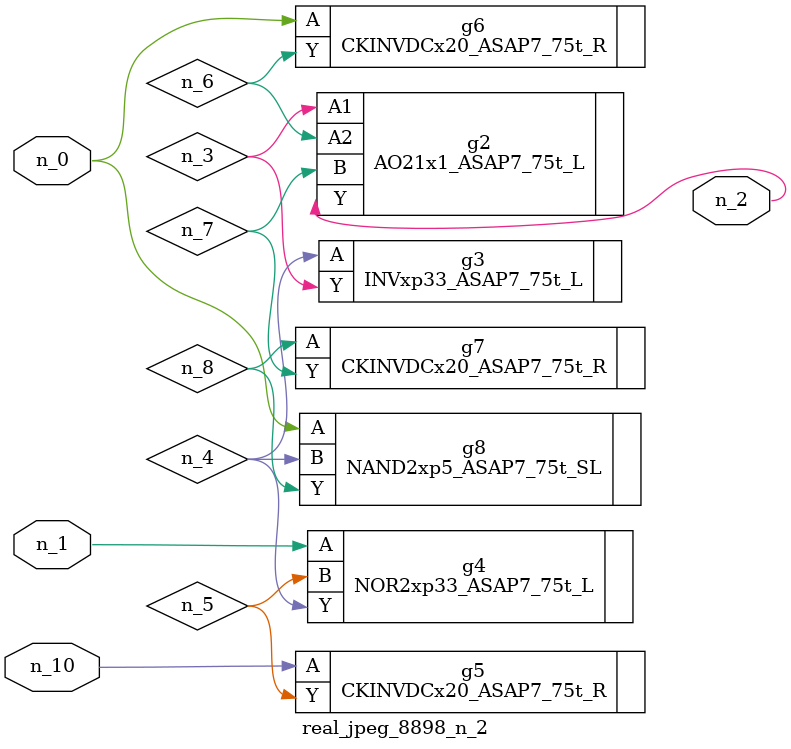
<source format=v>
module real_jpeg_8898_n_2 (n_1, n_10, n_0, n_2);

input n_1;
input n_10;
input n_0;

output n_2;

wire n_5;
wire n_4;
wire n_8;
wire n_6;
wire n_7;
wire n_3;

CKINVDCx20_ASAP7_75t_R g6 ( 
.A(n_0),
.Y(n_6)
);

NAND2xp5_ASAP7_75t_SL g8 ( 
.A(n_0),
.B(n_4),
.Y(n_8)
);

NOR2xp33_ASAP7_75t_L g4 ( 
.A(n_1),
.B(n_5),
.Y(n_4)
);

AO21x1_ASAP7_75t_L g2 ( 
.A1(n_3),
.A2(n_6),
.B(n_7),
.Y(n_2)
);

INVxp33_ASAP7_75t_L g3 ( 
.A(n_4),
.Y(n_3)
);

CKINVDCx20_ASAP7_75t_R g7 ( 
.A(n_8),
.Y(n_7)
);

CKINVDCx20_ASAP7_75t_R g5 ( 
.A(n_10),
.Y(n_5)
);


endmodule
</source>
